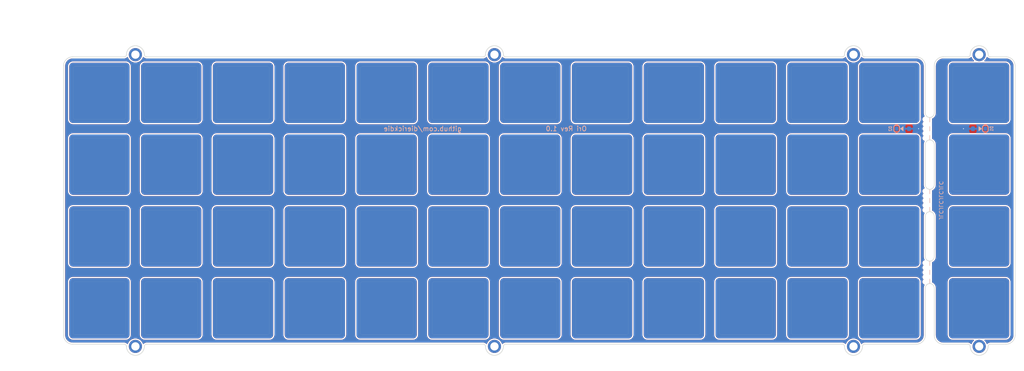
<source format=kicad_pcb>
(kicad_pcb (version 20171130) (host pcbnew "(5.1.10-1-10_14)")
  (layers (0 F.Cu signal) (31 B.Cu signal) (34 B.Paste user) (35 F.Paste user) (36 B.SilkS user) (37 F.SilkS user) (38 B.Mask user) (39 F.Mask user) (44 Edge.Cuts user))
  (net 0 "")
  (net 1 GND)
  (net 2 "Net-(D1-Pad1)")
  (net 3 GND1)
  (net 4 "Net-(D2-Pad1)")
  (module Keybage_MX_Cutout:MX_Cutout_1u (layer F.Cu) (at 389.33601 107.1567)
    (fp_text reference U52 hide)
    (fp_text value HOLE hide)
    (fp_line (start 7 6.5) (end 7 -6.5) (layer Edge.Cuts) (width 0.01))
    (fp_line (start -6.5 7) (end 6.5 7) (layer Edge.Cuts) (width 0.01))
    (fp_line (start -7 -6.5) (end -7 6.5) (layer Edge.Cuts) (width 0.01))
    (fp_line (start 6.5 -7) (end -6.5 -7) (layer Edge.Cuts) (width 0.01))
    (fp_arc (start 6.5 6.5) (end 6.5 7) (angle -90) (layer Edge.Cuts) (width 0.01))
    (fp_arc (start -6.5 6.5) (end -7 6.5) (angle -90) (layer Edge.Cuts) (width 0.01))
    (fp_arc (start -6.5 -6.5) (end -6.5 -7) (angle -90) (layer Edge.Cuts) (width 0.01))
    (fp_arc (start 6.5 -6.5) (end 7 -6.5) (angle -90) (layer Edge.Cuts) (width 0.01))
    (pad 1 smd roundrect (at 0 0 180) (size 16 16) (layers B.Cu B.Mask) (roundrect_rratio 0.063))
    (pad 1 smd roundrect (at 0 0 180) (size 16 16) (layers F.Cu F.Mask) (roundrect_rratio 0.063))
  )
  (module Keybage_MX_Cutout:MX_Cutout_1u (layer F.Cu) (at 389.361002 88.10662)
    (fp_text reference U51 hide)
    (fp_text value HOLE hide)
    (fp_line (start 7 6.5) (end 7 -6.5) (layer Edge.Cuts) (width 0.01))
    (fp_line (start -6.5 7) (end 6.5 7) (layer Edge.Cuts) (width 0.01))
    (fp_line (start -7 -6.5) (end -7 6.5) (layer Edge.Cuts) (width 0.01))
    (fp_line (start 6.5 -7) (end -6.5 -7) (layer Edge.Cuts) (width 0.01))
    (fp_arc (start 6.5 6.5) (end 6.5 7) (angle -90) (layer Edge.Cuts) (width 0.01))
    (fp_arc (start -6.5 6.5) (end -7 6.5) (angle -90) (layer Edge.Cuts) (width 0.01))
    (fp_arc (start -6.5 -6.5) (end -6.5 -7) (angle -90) (layer Edge.Cuts) (width 0.01))
    (fp_arc (start 6.5 -6.5) (end 7 -6.5) (angle -90) (layer Edge.Cuts) (width 0.01))
    (pad 1 smd roundrect (at 0 0 180) (size 16 16) (layers B.Cu B.Mask) (roundrect_rratio 0.063))
    (pad 1 smd roundrect (at 0 0 180) (size 16 16) (layers F.Cu F.Mask) (roundrect_rratio 0.063))
  )
  (module Keybage_MX_Cutout:MX_Cutout_1u (layer F.Cu) (at 389.36137 69.04388)
    (fp_text reference U50 hide)
    (fp_text value HOLE hide)
    (fp_line (start 7 6.5) (end 7 -6.5) (layer Edge.Cuts) (width 0.01))
    (fp_line (start -6.5 7) (end 6.5 7) (layer Edge.Cuts) (width 0.01))
    (fp_line (start -7 -6.5) (end -7 6.5) (layer Edge.Cuts) (width 0.01))
    (fp_line (start 6.5 -7) (end -6.5 -7) (layer Edge.Cuts) (width 0.01))
    (fp_arc (start 6.5 6.5) (end 6.5 7) (angle -90) (layer Edge.Cuts) (width 0.01))
    (fp_arc (start -6.5 6.5) (end -7 6.5) (angle -90) (layer Edge.Cuts) (width 0.01))
    (fp_arc (start -6.5 -6.5) (end -6.5 -7) (angle -90) (layer Edge.Cuts) (width 0.01))
    (fp_arc (start 6.5 -6.5) (end 7 -6.5) (angle -90) (layer Edge.Cuts) (width 0.01))
    (pad 1 smd roundrect (at 0 0 180) (size 16 16) (layers B.Cu B.Mask) (roundrect_rratio 0.063))
    (pad 1 smd roundrect (at 0 0 180) (size 16 16) (layers F.Cu F.Mask) (roundrect_rratio 0.063))
  )
  (module Keybage_MX_Cutout:MX_Cutout_1u (layer F.Cu) (at 389.33601 50.00646)
    (fp_text reference U49 hide)
    (fp_text value HOLE hide)
    (fp_line (start 7 6.5) (end 7 -6.5) (layer Edge.Cuts) (width 0.01))
    (fp_line (start -6.5 7) (end 6.5 7) (layer Edge.Cuts) (width 0.01))
    (fp_line (start -7 -6.5) (end -7 6.5) (layer Edge.Cuts) (width 0.01))
    (fp_line (start 6.5 -7) (end -6.5 -7) (layer Edge.Cuts) (width 0.01))
    (fp_arc (start 6.5 6.5) (end 6.5 7) (angle -90) (layer Edge.Cuts) (width 0.01))
    (fp_arc (start -6.5 6.5) (end -7 6.5) (angle -90) (layer Edge.Cuts) (width 0.01))
    (fp_arc (start -6.5 -6.5) (end -6.5 -7) (angle -90) (layer Edge.Cuts) (width 0.01))
    (fp_arc (start 6.5 -6.5) (end 7 -6.5) (angle -90) (layer Edge.Cuts) (width 0.01))
    (pad 1 smd roundrect (at 0 0 180) (size 16 16) (layers B.Cu B.Mask) (roundrect_rratio 0.063))
    (pad 1 smd roundrect (at 0 0 180) (size 16 16) (layers F.Cu F.Mask) (roundrect_rratio 0.063))
  )
  (module Keybage_MX_Cutout:MX_Cutout_1u (layer F.Cu) (at 365.52341 107.1567)
    (fp_text reference U48 hide)
    (fp_text value HOLE hide)
    (fp_line (start 7 6.5) (end 7 -6.5) (layer Edge.Cuts) (width 0.01))
    (fp_line (start -6.5 7) (end 6.5 7) (layer Edge.Cuts) (width 0.01))
    (fp_line (start -7 -6.5) (end -7 6.5) (layer Edge.Cuts) (width 0.01))
    (fp_line (start 6.5 -7) (end -6.5 -7) (layer Edge.Cuts) (width 0.01))
    (fp_arc (start 6.5 6.5) (end 6.5 7) (angle -90) (layer Edge.Cuts) (width 0.01))
    (fp_arc (start -6.5 6.5) (end -7 6.5) (angle -90) (layer Edge.Cuts) (width 0.01))
    (fp_arc (start -6.5 -6.5) (end -6.5 -7) (angle -90) (layer Edge.Cuts) (width 0.01))
    (fp_arc (start 6.5 -6.5) (end 7 -6.5) (angle -90) (layer Edge.Cuts) (width 0.01))
    (pad 1 smd roundrect (at 0 0 180) (size 16 16) (layers B.Cu B.Mask) (roundrect_rratio 0.063))
    (pad 1 smd roundrect (at 0 0 180) (size 16 16) (layers F.Cu F.Mask) (roundrect_rratio 0.063))
  )
  (module Keybage_MX_Cutout:MX_Cutout_1u (layer F.Cu) (at 346.47333 107.16)
    (fp_text reference U47 hide)
    (fp_text value HOLE hide)
    (fp_line (start 7 6.5) (end 7 -6.5) (layer Edge.Cuts) (width 0.01))
    (fp_line (start -6.5 7) (end 6.5 7) (layer Edge.Cuts) (width 0.01))
    (fp_line (start -7 -6.5) (end -7 6.5) (layer Edge.Cuts) (width 0.01))
    (fp_line (start 6.5 -7) (end -6.5 -7) (layer Edge.Cuts) (width 0.01))
    (fp_arc (start 6.5 6.5) (end 6.5 7) (angle -90) (layer Edge.Cuts) (width 0.01))
    (fp_arc (start -6.5 6.5) (end -7 6.5) (angle -90) (layer Edge.Cuts) (width 0.01))
    (fp_arc (start -6.5 -6.5) (end -6.5 -7) (angle -90) (layer Edge.Cuts) (width 0.01))
    (fp_arc (start 6.5 -6.5) (end 7 -6.5) (angle -90) (layer Edge.Cuts) (width 0.01))
    (pad 1 smd roundrect (at 0 0 180) (size 16 16) (layers B.Cu B.Mask) (roundrect_rratio 0.063))
    (pad 1 smd roundrect (at 0 0 180) (size 16 16) (layers F.Cu F.Mask) (roundrect_rratio 0.063))
  )
  (module Keybage_MX_Cutout:MX_Cutout_1u (layer F.Cu) (at 327.42325 107.1567)
    (fp_text reference U46 hide)
    (fp_text value HOLE hide)
    (fp_line (start 7 6.5) (end 7 -6.5) (layer Edge.Cuts) (width 0.01))
    (fp_line (start -6.5 7) (end 6.5 7) (layer Edge.Cuts) (width 0.01))
    (fp_line (start -7 -6.5) (end -7 6.5) (layer Edge.Cuts) (width 0.01))
    (fp_line (start 6.5 -7) (end -6.5 -7) (layer Edge.Cuts) (width 0.01))
    (fp_arc (start 6.5 6.5) (end 6.5 7) (angle -90) (layer Edge.Cuts) (width 0.01))
    (fp_arc (start -6.5 6.5) (end -7 6.5) (angle -90) (layer Edge.Cuts) (width 0.01))
    (fp_arc (start -6.5 -6.5) (end -6.5 -7) (angle -90) (layer Edge.Cuts) (width 0.01))
    (fp_arc (start 6.5 -6.5) (end 7 -6.5) (angle -90) (layer Edge.Cuts) (width 0.01))
    (pad 1 smd roundrect (at 0 0 180) (size 16 16) (layers B.Cu B.Mask) (roundrect_rratio 0.063))
    (pad 1 smd roundrect (at 0 0 180) (size 16 16) (layers F.Cu F.Mask) (roundrect_rratio 0.063))
  )
  (module Keybage_MX_Cutout:MX_Cutout_1u (layer F.Cu) (at 308.37317 107.1567)
    (fp_text reference U45 hide)
    (fp_text value HOLE hide)
    (fp_line (start 7 6.5) (end 7 -6.5) (layer Edge.Cuts) (width 0.01))
    (fp_line (start -6.5 7) (end 6.5 7) (layer Edge.Cuts) (width 0.01))
    (fp_line (start -7 -6.5) (end -7 6.5) (layer Edge.Cuts) (width 0.01))
    (fp_line (start 6.5 -7) (end -6.5 -7) (layer Edge.Cuts) (width 0.01))
    (fp_arc (start 6.5 6.5) (end 6.5 7) (angle -90) (layer Edge.Cuts) (width 0.01))
    (fp_arc (start -6.5 6.5) (end -7 6.5) (angle -90) (layer Edge.Cuts) (width 0.01))
    (fp_arc (start -6.5 -6.5) (end -6.5 -7) (angle -90) (layer Edge.Cuts) (width 0.01))
    (fp_arc (start 6.5 -6.5) (end 7 -6.5) (angle -90) (layer Edge.Cuts) (width 0.01))
    (pad 1 smd roundrect (at 0 0 180) (size 16 16) (layers B.Cu B.Mask) (roundrect_rratio 0.063))
    (pad 1 smd roundrect (at 0 0 180) (size 16 16) (layers F.Cu F.Mask) (roundrect_rratio 0.063))
  )
  (module Keybage_MX_Cutout:MX_Cutout_1u (layer F.Cu) (at 289.32309 107.1567)
    (fp_text reference U44 hide)
    (fp_text value HOLE hide)
    (fp_line (start 7 6.5) (end 7 -6.5) (layer Edge.Cuts) (width 0.01))
    (fp_line (start -6.5 7) (end 6.5 7) (layer Edge.Cuts) (width 0.01))
    (fp_line (start -7 -6.5) (end -7 6.5) (layer Edge.Cuts) (width 0.01))
    (fp_line (start 6.5 -7) (end -6.5 -7) (layer Edge.Cuts) (width 0.01))
    (fp_arc (start 6.5 6.5) (end 6.5 7) (angle -90) (layer Edge.Cuts) (width 0.01))
    (fp_arc (start -6.5 6.5) (end -7 6.5) (angle -90) (layer Edge.Cuts) (width 0.01))
    (fp_arc (start -6.5 -6.5) (end -6.5 -7) (angle -90) (layer Edge.Cuts) (width 0.01))
    (fp_arc (start 6.5 -6.5) (end 7 -6.5) (angle -90) (layer Edge.Cuts) (width 0.01))
    (pad 1 smd roundrect (at 0 0 180) (size 16 16) (layers B.Cu B.Mask) (roundrect_rratio 0.063))
    (pad 1 smd roundrect (at 0 0 180) (size 16 16) (layers F.Cu F.Mask) (roundrect_rratio 0.063))
  )
  (module Keybage_MX_Cutout:MX_Cutout_1u (layer F.Cu) (at 270.27301 107.1567)
    (fp_text reference U43 hide)
    (fp_text value HOLE hide)
    (fp_line (start 7 6.5) (end 7 -6.5) (layer Edge.Cuts) (width 0.01))
    (fp_line (start -6.5 7) (end 6.5 7) (layer Edge.Cuts) (width 0.01))
    (fp_line (start -7 -6.5) (end -7 6.5) (layer Edge.Cuts) (width 0.01))
    (fp_line (start 6.5 -7) (end -6.5 -7) (layer Edge.Cuts) (width 0.01))
    (fp_arc (start 6.5 6.5) (end 6.5 7) (angle -90) (layer Edge.Cuts) (width 0.01))
    (fp_arc (start -6.5 6.5) (end -7 6.5) (angle -90) (layer Edge.Cuts) (width 0.01))
    (fp_arc (start -6.5 -6.5) (end -6.5 -7) (angle -90) (layer Edge.Cuts) (width 0.01))
    (fp_arc (start 6.5 -6.5) (end 7 -6.5) (angle -90) (layer Edge.Cuts) (width 0.01))
    (pad 1 smd roundrect (at 0 0 180) (size 16 16) (layers B.Cu B.Mask) (roundrect_rratio 0.063))
    (pad 1 smd roundrect (at 0 0 180) (size 16 16) (layers F.Cu F.Mask) (roundrect_rratio 0.063))
  )
  (module Keybage_MX_Cutout:MX_Cutout_1u (layer F.Cu) (at 251.22293 107.1567)
    (fp_text reference U42 hide)
    (fp_text value HOLE hide)
    (fp_line (start 7 6.5) (end 7 -6.5) (layer Edge.Cuts) (width 0.01))
    (fp_line (start -6.5 7) (end 6.5 7) (layer Edge.Cuts) (width 0.01))
    (fp_line (start -7 -6.5) (end -7 6.5) (layer Edge.Cuts) (width 0.01))
    (fp_line (start 6.5 -7) (end -6.5 -7) (layer Edge.Cuts) (width 0.01))
    (fp_arc (start 6.5 6.5) (end 6.5 7) (angle -90) (layer Edge.Cuts) (width 0.01))
    (fp_arc (start -6.5 6.5) (end -7 6.5) (angle -90) (layer Edge.Cuts) (width 0.01))
    (fp_arc (start -6.5 -6.5) (end -6.5 -7) (angle -90) (layer Edge.Cuts) (width 0.01))
    (fp_arc (start 6.5 -6.5) (end 7 -6.5) (angle -90) (layer Edge.Cuts) (width 0.01))
    (pad 1 smd roundrect (at 0 0 180) (size 16 16) (layers B.Cu B.Mask) (roundrect_rratio 0.063))
    (pad 1 smd roundrect (at 0 0 180) (size 16 16) (layers F.Cu F.Mask) (roundrect_rratio 0.063))
  )
  (module Keybage_MX_Cutout:MX_Cutout_1u (layer F.Cu) (at 232.17285 107.1567)
    (fp_text reference U41 hide)
    (fp_text value HOLE hide)
    (fp_line (start 7 6.5) (end 7 -6.5) (layer Edge.Cuts) (width 0.01))
    (fp_line (start -6.5 7) (end 6.5 7) (layer Edge.Cuts) (width 0.01))
    (fp_line (start -7 -6.5) (end -7 6.5) (layer Edge.Cuts) (width 0.01))
    (fp_line (start 6.5 -7) (end -6.5 -7) (layer Edge.Cuts) (width 0.01))
    (fp_arc (start 6.5 6.5) (end 6.5 7) (angle -90) (layer Edge.Cuts) (width 0.01))
    (fp_arc (start -6.5 6.5) (end -7 6.5) (angle -90) (layer Edge.Cuts) (width 0.01))
    (fp_arc (start -6.5 -6.5) (end -6.5 -7) (angle -90) (layer Edge.Cuts) (width 0.01))
    (fp_arc (start 6.5 -6.5) (end 7 -6.5) (angle -90) (layer Edge.Cuts) (width 0.01))
    (pad 1 smd roundrect (at 0 0 180) (size 16 16) (layers B.Cu B.Mask) (roundrect_rratio 0.063))
    (pad 1 smd roundrect (at 0 0 180) (size 16 16) (layers F.Cu F.Mask) (roundrect_rratio 0.063))
  )
  (module Keybage_MX_Cutout:MX_Cutout_1u (layer F.Cu) (at 213.12277 107.1567)
    (fp_text reference U40 hide)
    (fp_text value HOLE hide)
    (fp_line (start 7 6.5) (end 7 -6.5) (layer Edge.Cuts) (width 0.01))
    (fp_line (start -6.5 7) (end 6.5 7) (layer Edge.Cuts) (width 0.01))
    (fp_line (start -7 -6.5) (end -7 6.5) (layer Edge.Cuts) (width 0.01))
    (fp_line (start 6.5 -7) (end -6.5 -7) (layer Edge.Cuts) (width 0.01))
    (fp_arc (start 6.5 6.5) (end 6.5 7) (angle -90) (layer Edge.Cuts) (width 0.01))
    (fp_arc (start -6.5 6.5) (end -7 6.5) (angle -90) (layer Edge.Cuts) (width 0.01))
    (fp_arc (start -6.5 -6.5) (end -6.5 -7) (angle -90) (layer Edge.Cuts) (width 0.01))
    (fp_arc (start 6.5 -6.5) (end 7 -6.5) (angle -90) (layer Edge.Cuts) (width 0.01))
    (pad 1 smd roundrect (at 0 0 180) (size 16 16) (layers B.Cu B.Mask) (roundrect_rratio 0.063))
    (pad 1 smd roundrect (at 0 0 180) (size 16 16) (layers F.Cu F.Mask) (roundrect_rratio 0.063))
  )
  (module Keybage_MX_Cutout:MX_Cutout_1u (layer F.Cu) (at 194.07269 107.1567)
    (fp_text reference U39 hide)
    (fp_text value HOLE hide)
    (fp_line (start 7 6.5) (end 7 -6.5) (layer Edge.Cuts) (width 0.01))
    (fp_line (start -6.5 7) (end 6.5 7) (layer Edge.Cuts) (width 0.01))
    (fp_line (start -7 -6.5) (end -7 6.5) (layer Edge.Cuts) (width 0.01))
    (fp_line (start 6.5 -7) (end -6.5 -7) (layer Edge.Cuts) (width 0.01))
    (fp_arc (start 6.5 6.5) (end 6.5 7) (angle -90) (layer Edge.Cuts) (width 0.01))
    (fp_arc (start -6.5 6.5) (end -7 6.5) (angle -90) (layer Edge.Cuts) (width 0.01))
    (fp_arc (start -6.5 -6.5) (end -6.5 -7) (angle -90) (layer Edge.Cuts) (width 0.01))
    (fp_arc (start 6.5 -6.5) (end 7 -6.5) (angle -90) (layer Edge.Cuts) (width 0.01))
    (pad 1 smd roundrect (at 0 0 180) (size 16 16) (layers B.Cu B.Mask) (roundrect_rratio 0.063))
    (pad 1 smd roundrect (at 0 0 180) (size 16 16) (layers F.Cu F.Mask) (roundrect_rratio 0.063))
  )
  (module Keybage_MX_Cutout:MX_Cutout_1u (layer F.Cu) (at 175.02261 107.1567)
    (fp_text reference U38 hide)
    (fp_text value HOLE hide)
    (fp_line (start 7 6.5) (end 7 -6.5) (layer Edge.Cuts) (width 0.01))
    (fp_line (start -6.5 7) (end 6.5 7) (layer Edge.Cuts) (width 0.01))
    (fp_line (start -7 -6.5) (end -7 6.5) (layer Edge.Cuts) (width 0.01))
    (fp_line (start 6.5 -7) (end -6.5 -7) (layer Edge.Cuts) (width 0.01))
    (fp_arc (start 6.5 6.5) (end 6.5 7) (angle -90) (layer Edge.Cuts) (width 0.01))
    (fp_arc (start -6.5 6.5) (end -7 6.5) (angle -90) (layer Edge.Cuts) (width 0.01))
    (fp_arc (start -6.5 -6.5) (end -6.5 -7) (angle -90) (layer Edge.Cuts) (width 0.01))
    (fp_arc (start 6.5 -6.5) (end 7 -6.5) (angle -90) (layer Edge.Cuts) (width 0.01))
    (pad 1 smd roundrect (at 0 0 180) (size 16 16) (layers B.Cu B.Mask) (roundrect_rratio 0.063))
    (pad 1 smd roundrect (at 0 0 180) (size 16 16) (layers F.Cu F.Mask) (roundrect_rratio 0.063))
  )
  (module Keybage_MX_Cutout:MX_Cutout_1u (layer F.Cu) (at 155.97253 107.1567)
    (fp_text reference U37 hide)
    (fp_text value HOLE hide)
    (fp_line (start 7 6.5) (end 7 -6.5) (layer Edge.Cuts) (width 0.01))
    (fp_line (start -6.5 7) (end 6.5 7) (layer Edge.Cuts) (width 0.01))
    (fp_line (start -7 -6.5) (end -7 6.5) (layer Edge.Cuts) (width 0.01))
    (fp_line (start 6.5 -7) (end -6.5 -7) (layer Edge.Cuts) (width 0.01))
    (fp_arc (start 6.5 6.5) (end 6.5 7) (angle -90) (layer Edge.Cuts) (width 0.01))
    (fp_arc (start -6.5 6.5) (end -7 6.5) (angle -90) (layer Edge.Cuts) (width 0.01))
    (fp_arc (start -6.5 -6.5) (end -6.5 -7) (angle -90) (layer Edge.Cuts) (width 0.01))
    (fp_arc (start 6.5 -6.5) (end 7 -6.5) (angle -90) (layer Edge.Cuts) (width 0.01))
    (pad 1 smd roundrect (at 0 0 180) (size 16 16) (layers B.Cu B.Mask) (roundrect_rratio 0.063))
    (pad 1 smd roundrect (at 0 0 180) (size 16 16) (layers F.Cu F.Mask) (roundrect_rratio 0.063))
  )
  (module Keybage_MX_Cutout:MX_Cutout_1u (layer F.Cu) (at 365.52341 88.10662)
    (fp_text reference U36 hide)
    (fp_text value HOLE hide)
    (fp_line (start 7 6.5) (end 7 -6.5) (layer Edge.Cuts) (width 0.01))
    (fp_line (start -6.5 7) (end 6.5 7) (layer Edge.Cuts) (width 0.01))
    (fp_line (start -7 -6.5) (end -7 6.5) (layer Edge.Cuts) (width 0.01))
    (fp_line (start 6.5 -7) (end -6.5 -7) (layer Edge.Cuts) (width 0.01))
    (fp_arc (start 6.5 6.5) (end 6.5 7) (angle -90) (layer Edge.Cuts) (width 0.01))
    (fp_arc (start -6.5 6.5) (end -7 6.5) (angle -90) (layer Edge.Cuts) (width 0.01))
    (fp_arc (start -6.5 -6.5) (end -6.5 -7) (angle -90) (layer Edge.Cuts) (width 0.01))
    (fp_arc (start 6.5 -6.5) (end 7 -6.5) (angle -90) (layer Edge.Cuts) (width 0.01))
    (pad 1 smd roundrect (at 0 0 180) (size 16 16) (layers B.Cu B.Mask) (roundrect_rratio 0.063))
    (pad 1 smd roundrect (at 0 0 180) (size 16 16) (layers F.Cu F.Mask) (roundrect_rratio 0.063))
  )
  (module Keybage_MX_Cutout:MX_Cutout_1u (layer F.Cu) (at 346.47333 88.10662)
    (fp_text reference U35 hide)
    (fp_text value HOLE hide)
    (fp_line (start 7 6.5) (end 7 -6.5) (layer Edge.Cuts) (width 0.01))
    (fp_line (start -6.5 7) (end 6.5 7) (layer Edge.Cuts) (width 0.01))
    (fp_line (start -7 -6.5) (end -7 6.5) (layer Edge.Cuts) (width 0.01))
    (fp_line (start 6.5 -7) (end -6.5 -7) (layer Edge.Cuts) (width 0.01))
    (fp_arc (start 6.5 6.5) (end 6.5 7) (angle -90) (layer Edge.Cuts) (width 0.01))
    (fp_arc (start -6.5 6.5) (end -7 6.5) (angle -90) (layer Edge.Cuts) (width 0.01))
    (fp_arc (start -6.5 -6.5) (end -6.5 -7) (angle -90) (layer Edge.Cuts) (width 0.01))
    (fp_arc (start 6.5 -6.5) (end 7 -6.5) (angle -90) (layer Edge.Cuts) (width 0.01))
    (pad 1 smd roundrect (at 0 0 180) (size 16 16) (layers B.Cu B.Mask) (roundrect_rratio 0.063))
    (pad 1 smd roundrect (at 0 0 180) (size 16 16) (layers F.Cu F.Mask) (roundrect_rratio 0.063))
  )
  (module Keybage_MX_Cutout:MX_Cutout_1u (layer F.Cu) (at 327.42325 88.10662)
    (fp_text reference U34 hide)
    (fp_text value HOLE hide)
    (fp_line (start 7 6.5) (end 7 -6.5) (layer Edge.Cuts) (width 0.01))
    (fp_line (start -6.5 7) (end 6.5 7) (layer Edge.Cuts) (width 0.01))
    (fp_line (start -7 -6.5) (end -7 6.5) (layer Edge.Cuts) (width 0.01))
    (fp_line (start 6.5 -7) (end -6.5 -7) (layer Edge.Cuts) (width 0.01))
    (fp_arc (start 6.5 6.5) (end 6.5 7) (angle -90) (layer Edge.Cuts) (width 0.01))
    (fp_arc (start -6.5 6.5) (end -7 6.5) (angle -90) (layer Edge.Cuts) (width 0.01))
    (fp_arc (start -6.5 -6.5) (end -6.5 -7) (angle -90) (layer Edge.Cuts) (width 0.01))
    (fp_arc (start 6.5 -6.5) (end 7 -6.5) (angle -90) (layer Edge.Cuts) (width 0.01))
    (pad 1 smd roundrect (at 0 0 180) (size 16 16) (layers B.Cu B.Mask) (roundrect_rratio 0.063))
    (pad 1 smd roundrect (at 0 0 180) (size 16 16) (layers F.Cu F.Mask) (roundrect_rratio 0.063))
  )
  (module Keybage_MX_Cutout:MX_Cutout_1u (layer F.Cu) (at 308.37317 88.10662)
    (fp_text reference U33 hide)
    (fp_text value HOLE hide)
    (fp_line (start 7 6.5) (end 7 -6.5) (layer Edge.Cuts) (width 0.01))
    (fp_line (start -6.5 7) (end 6.5 7) (layer Edge.Cuts) (width 0.01))
    (fp_line (start -7 -6.5) (end -7 6.5) (layer Edge.Cuts) (width 0.01))
    (fp_line (start 6.5 -7) (end -6.5 -7) (layer Edge.Cuts) (width 0.01))
    (fp_arc (start 6.5 6.5) (end 6.5 7) (angle -90) (layer Edge.Cuts) (width 0.01))
    (fp_arc (start -6.5 6.5) (end -7 6.5) (angle -90) (layer Edge.Cuts) (width 0.01))
    (fp_arc (start -6.5 -6.5) (end -6.5 -7) (angle -90) (layer Edge.Cuts) (width 0.01))
    (fp_arc (start 6.5 -6.5) (end 7 -6.5) (angle -90) (layer Edge.Cuts) (width 0.01))
    (pad 1 smd roundrect (at 0 0 180) (size 16 16) (layers B.Cu B.Mask) (roundrect_rratio 0.063))
    (pad 1 smd roundrect (at 0 0 180) (size 16 16) (layers F.Cu F.Mask) (roundrect_rratio 0.063))
  )
  (module Keybage_MX_Cutout:MX_Cutout_1u (layer F.Cu) (at 289.32309 88.10662)
    (fp_text reference U32 hide)
    (fp_text value HOLE hide)
    (fp_line (start 7 6.5) (end 7 -6.5) (layer Edge.Cuts) (width 0.01))
    (fp_line (start -6.5 7) (end 6.5 7) (layer Edge.Cuts) (width 0.01))
    (fp_line (start -7 -6.5) (end -7 6.5) (layer Edge.Cuts) (width 0.01))
    (fp_line (start 6.5 -7) (end -6.5 -7) (layer Edge.Cuts) (width 0.01))
    (fp_arc (start 6.5 6.5) (end 6.5 7) (angle -90) (layer Edge.Cuts) (width 0.01))
    (fp_arc (start -6.5 6.5) (end -7 6.5) (angle -90) (layer Edge.Cuts) (width 0.01))
    (fp_arc (start -6.5 -6.5) (end -6.5 -7) (angle -90) (layer Edge.Cuts) (width 0.01))
    (fp_arc (start 6.5 -6.5) (end 7 -6.5) (angle -90) (layer Edge.Cuts) (width 0.01))
    (pad 1 smd roundrect (at 0 0 180) (size 16 16) (layers B.Cu B.Mask) (roundrect_rratio 0.063))
    (pad 1 smd roundrect (at 0 0 180) (size 16 16) (layers F.Cu F.Mask) (roundrect_rratio 0.063))
  )
  (module Keybage_MX_Cutout:MX_Cutout_1u (layer F.Cu) (at 270.27301 88.10662)
    (fp_text reference U31 hide)
    (fp_text value HOLE hide)
    (fp_line (start 7 6.5) (end 7 -6.5) (layer Edge.Cuts) (width 0.01))
    (fp_line (start -6.5 7) (end 6.5 7) (layer Edge.Cuts) (width 0.01))
    (fp_line (start -7 -6.5) (end -7 6.5) (layer Edge.Cuts) (width 0.01))
    (fp_line (start 6.5 -7) (end -6.5 -7) (layer Edge.Cuts) (width 0.01))
    (fp_arc (start 6.5 6.5) (end 6.5 7) (angle -90) (layer Edge.Cuts) (width 0.01))
    (fp_arc (start -6.5 6.5) (end -7 6.5) (angle -90) (layer Edge.Cuts) (width 0.01))
    (fp_arc (start -6.5 -6.5) (end -6.5 -7) (angle -90) (layer Edge.Cuts) (width 0.01))
    (fp_arc (start 6.5 -6.5) (end 7 -6.5) (angle -90) (layer Edge.Cuts) (width 0.01))
    (pad 1 smd roundrect (at 0 0 180) (size 16 16) (layers B.Cu B.Mask) (roundrect_rratio 0.063))
    (pad 1 smd roundrect (at 0 0 180) (size 16 16) (layers F.Cu F.Mask) (roundrect_rratio 0.063))
  )
  (module Keybage_MX_Cutout:MX_Cutout_1u (layer F.Cu) (at 251.22293 88.10662)
    (fp_text reference U30 hide)
    (fp_text value HOLE hide)
    (fp_line (start 7 6.5) (end 7 -6.5) (layer Edge.Cuts) (width 0.01))
    (fp_line (start -6.5 7) (end 6.5 7) (layer Edge.Cuts) (width 0.01))
    (fp_line (start -7 -6.5) (end -7 6.5) (layer Edge.Cuts) (width 0.01))
    (fp_line (start 6.5 -7) (end -6.5 -7) (layer Edge.Cuts) (width 0.01))
    (fp_arc (start 6.5 6.5) (end 6.5 7) (angle -90) (layer Edge.Cuts) (width 0.01))
    (fp_arc (start -6.5 6.5) (end -7 6.5) (angle -90) (layer Edge.Cuts) (width 0.01))
    (fp_arc (start -6.5 -6.5) (end -6.5 -7) (angle -90) (layer Edge.Cuts) (width 0.01))
    (fp_arc (start 6.5 -6.5) (end 7 -6.5) (angle -90) (layer Edge.Cuts) (width 0.01))
    (pad 1 smd roundrect (at 0 0 180) (size 16 16) (layers B.Cu B.Mask) (roundrect_rratio 0.063))
    (pad 1 smd roundrect (at 0 0 180) (size 16 16) (layers F.Cu F.Mask) (roundrect_rratio 0.063))
  )
  (module Keybage_MX_Cutout:MX_Cutout_1u (layer F.Cu) (at 232.17285 88.10662)
    (fp_text reference U29 hide)
    (fp_text value HOLE hide)
    (fp_line (start 7 6.5) (end 7 -6.5) (layer Edge.Cuts) (width 0.01))
    (fp_line (start -6.5 7) (end 6.5 7) (layer Edge.Cuts) (width 0.01))
    (fp_line (start -7 -6.5) (end -7 6.5) (layer Edge.Cuts) (width 0.01))
    (fp_line (start 6.5 -7) (end -6.5 -7) (layer Edge.Cuts) (width 0.01))
    (fp_arc (start 6.5 6.5) (end 6.5 7) (angle -90) (layer Edge.Cuts) (width 0.01))
    (fp_arc (start -6.5 6.5) (end -7 6.5) (angle -90) (layer Edge.Cuts) (width 0.01))
    (fp_arc (start -6.5 -6.5) (end -6.5 -7) (angle -90) (layer Edge.Cuts) (width 0.01))
    (fp_arc (start 6.5 -6.5) (end 7 -6.5) (angle -90) (layer Edge.Cuts) (width 0.01))
    (pad 1 smd roundrect (at 0 0 180) (size 16 16) (layers B.Cu B.Mask) (roundrect_rratio 0.063))
    (pad 1 smd roundrect (at 0 0 180) (size 16 16) (layers F.Cu F.Mask) (roundrect_rratio 0.063))
  )
  (module Keybage_MX_Cutout:MX_Cutout_1u (layer F.Cu) (at 213.12277 88.10662)
    (fp_text reference U28 hide)
    (fp_text value HOLE hide)
    (fp_line (start 7 6.5) (end 7 -6.5) (layer Edge.Cuts) (width 0.01))
    (fp_line (start -6.5 7) (end 6.5 7) (layer Edge.Cuts) (width 0.01))
    (fp_line (start -7 -6.5) (end -7 6.5) (layer Edge.Cuts) (width 0.01))
    (fp_line (start 6.5 -7) (end -6.5 -7) (layer Edge.Cuts) (width 0.01))
    (fp_arc (start 6.5 6.5) (end 6.5 7) (angle -90) (layer Edge.Cuts) (width 0.01))
    (fp_arc (start -6.5 6.5) (end -7 6.5) (angle -90) (layer Edge.Cuts) (width 0.01))
    (fp_arc (start -6.5 -6.5) (end -6.5 -7) (angle -90) (layer Edge.Cuts) (width 0.01))
    (fp_arc (start 6.5 -6.5) (end 7 -6.5) (angle -90) (layer Edge.Cuts) (width 0.01))
    (pad 1 smd roundrect (at 0 0 180) (size 16 16) (layers B.Cu B.Mask) (roundrect_rratio 0.063))
    (pad 1 smd roundrect (at 0 0 180) (size 16 16) (layers F.Cu F.Mask) (roundrect_rratio 0.063))
  )
  (module Keybage_MX_Cutout:MX_Cutout_1u (layer F.Cu) (at 194.07269 88.10662)
    (fp_text reference U27 hide)
    (fp_text value HOLE hide)
    (fp_line (start 7 6.5) (end 7 -6.5) (layer Edge.Cuts) (width 0.01))
    (fp_line (start -6.5 7) (end 6.5 7) (layer Edge.Cuts) (width 0.01))
    (fp_line (start -7 -6.5) (end -7 6.5) (layer Edge.Cuts) (width 0.01))
    (fp_line (start 6.5 -7) (end -6.5 -7) (layer Edge.Cuts) (width 0.01))
    (fp_arc (start 6.5 6.5) (end 6.5 7) (angle -90) (layer Edge.Cuts) (width 0.01))
    (fp_arc (start -6.5 6.5) (end -7 6.5) (angle -90) (layer Edge.Cuts) (width 0.01))
    (fp_arc (start -6.5 -6.5) (end -6.5 -7) (angle -90) (layer Edge.Cuts) (width 0.01))
    (fp_arc (start 6.5 -6.5) (end 7 -6.5) (angle -90) (layer Edge.Cuts) (width 0.01))
    (pad 1 smd roundrect (at 0 0 180) (size 16 16) (layers B.Cu B.Mask) (roundrect_rratio 0.063))
    (pad 1 smd roundrect (at 0 0 180) (size 16 16) (layers F.Cu F.Mask) (roundrect_rratio 0.063))
  )
  (module Keybage_MX_Cutout:MX_Cutout_1u (layer F.Cu) (at 175.02261 88.10662)
    (fp_text reference U26 hide)
    (fp_text value HOLE hide)
    (fp_line (start 7 6.5) (end 7 -6.5) (layer Edge.Cuts) (width 0.01))
    (fp_line (start -6.5 7) (end 6.5 7) (layer Edge.Cuts) (width 0.01))
    (fp_line (start -7 -6.5) (end -7 6.5) (layer Edge.Cuts) (width 0.01))
    (fp_line (start 6.5 -7) (end -6.5 -7) (layer Edge.Cuts) (width 0.01))
    (fp_arc (start 6.5 6.5) (end 6.5 7) (angle -90) (layer Edge.Cuts) (width 0.01))
    (fp_arc (start -6.5 6.5) (end -7 6.5) (angle -90) (layer Edge.Cuts) (width 0.01))
    (fp_arc (start -6.5 -6.5) (end -6.5 -7) (angle -90) (layer Edge.Cuts) (width 0.01))
    (fp_arc (start 6.5 -6.5) (end 7 -6.5) (angle -90) (layer Edge.Cuts) (width 0.01))
    (pad 1 smd roundrect (at 0 0 180) (size 16 16) (layers B.Cu B.Mask) (roundrect_rratio 0.063))
    (pad 1 smd roundrect (at 0 0 180) (size 16 16) (layers F.Cu F.Mask) (roundrect_rratio 0.063))
  )
  (module Keybage_MX_Cutout:MX_Cutout_1u (layer F.Cu) (at 155.97253 88.10662)
    (fp_text reference U25 hide)
    (fp_text value HOLE hide)
    (fp_line (start 7 6.5) (end 7 -6.5) (layer Edge.Cuts) (width 0.01))
    (fp_line (start -6.5 7) (end 6.5 7) (layer Edge.Cuts) (width 0.01))
    (fp_line (start -7 -6.5) (end -7 6.5) (layer Edge.Cuts) (width 0.01))
    (fp_line (start 6.5 -7) (end -6.5 -7) (layer Edge.Cuts) (width 0.01))
    (fp_arc (start 6.5 6.5) (end 6.5 7) (angle -90) (layer Edge.Cuts) (width 0.01))
    (fp_arc (start -6.5 6.5) (end -7 6.5) (angle -90) (layer Edge.Cuts) (width 0.01))
    (fp_arc (start -6.5 -6.5) (end -6.5 -7) (angle -90) (layer Edge.Cuts) (width 0.01))
    (fp_arc (start 6.5 -6.5) (end 7 -6.5) (angle -90) (layer Edge.Cuts) (width 0.01))
    (pad 1 smd roundrect (at 0 0 180) (size 16 16) (layers B.Cu B.Mask) (roundrect_rratio 0.063))
    (pad 1 smd roundrect (at 0 0 180) (size 16 16) (layers F.Cu F.Mask) (roundrect_rratio 0.063))
  )
  (module Keybage_MX_Cutout:MX_Cutout_1u (layer F.Cu) (at 365.52341 69.05654)
    (fp_text reference U24 hide)
    (fp_text value HOLE hide)
    (fp_line (start 7 6.5) (end 7 -6.5) (layer Edge.Cuts) (width 0.01))
    (fp_line (start -6.5 7) (end 6.5 7) (layer Edge.Cuts) (width 0.01))
    (fp_line (start -7 -6.5) (end -7 6.5) (layer Edge.Cuts) (width 0.01))
    (fp_line (start 6.5 -7) (end -6.5 -7) (layer Edge.Cuts) (width 0.01))
    (fp_arc (start 6.5 6.5) (end 6.5 7) (angle -90) (layer Edge.Cuts) (width 0.01))
    (fp_arc (start -6.5 6.5) (end -7 6.5) (angle -90) (layer Edge.Cuts) (width 0.01))
    (fp_arc (start -6.5 -6.5) (end -6.5 -7) (angle -90) (layer Edge.Cuts) (width 0.01))
    (fp_arc (start 6.5 -6.5) (end 7 -6.5) (angle -90) (layer Edge.Cuts) (width 0.01))
    (pad 1 smd roundrect (at 0 0 180) (size 16 16) (layers B.Cu B.Mask) (roundrect_rratio 0.063))
    (pad 1 smd roundrect (at 0 0 180) (size 16 16) (layers F.Cu F.Mask) (roundrect_rratio 0.063))
  )
  (module Keybage_MX_Cutout:MX_Cutout_1u (layer F.Cu) (at 346.47333 69.05654)
    (fp_text reference U23 hide)
    (fp_text value HOLE hide)
    (fp_line (start 7 6.5) (end 7 -6.5) (layer Edge.Cuts) (width 0.01))
    (fp_line (start -6.5 7) (end 6.5 7) (layer Edge.Cuts) (width 0.01))
    (fp_line (start -7 -6.5) (end -7 6.5) (layer Edge.Cuts) (width 0.01))
    (fp_line (start 6.5 -7) (end -6.5 -7) (layer Edge.Cuts) (width 0.01))
    (fp_arc (start 6.5 6.5) (end 6.5 7) (angle -90) (layer Edge.Cuts) (width 0.01))
    (fp_arc (start -6.5 6.5) (end -7 6.5) (angle -90) (layer Edge.Cuts) (width 0.01))
    (fp_arc (start -6.5 -6.5) (end -6.5 -7) (angle -90) (layer Edge.Cuts) (width 0.01))
    (fp_arc (start 6.5 -6.5) (end 7 -6.5) (angle -90) (layer Edge.Cuts) (width 0.01))
    (pad 1 smd roundrect (at 0 0 180) (size 16 16) (layers B.Cu B.Mask) (roundrect_rratio 0.063))
    (pad 1 smd roundrect (at 0 0 180) (size 16 16) (layers F.Cu F.Mask) (roundrect_rratio 0.063))
  )
  (module Keybage_MX_Cutout:MX_Cutout_1u (layer F.Cu) (at 327.42325 69.05654)
    (fp_text reference U22 hide)
    (fp_text value HOLE hide)
    (fp_line (start 7 6.5) (end 7 -6.5) (layer Edge.Cuts) (width 0.01))
    (fp_line (start -6.5 7) (end 6.5 7) (layer Edge.Cuts) (width 0.01))
    (fp_line (start -7 -6.5) (end -7 6.5) (layer Edge.Cuts) (width 0.01))
    (fp_line (start 6.5 -7) (end -6.5 -7) (layer Edge.Cuts) (width 0.01))
    (fp_arc (start 6.5 6.5) (end 6.5 7) (angle -90) (layer Edge.Cuts) (width 0.01))
    (fp_arc (start -6.5 6.5) (end -7 6.5) (angle -90) (layer Edge.Cuts) (width 0.01))
    (fp_arc (start -6.5 -6.5) (end -6.5 -7) (angle -90) (layer Edge.Cuts) (width 0.01))
    (fp_arc (start 6.5 -6.5) (end 7 -6.5) (angle -90) (layer Edge.Cuts) (width 0.01))
    (pad 1 smd roundrect (at 0 0 180) (size 16 16) (layers B.Cu B.Mask) (roundrect_rratio 0.063))
    (pad 1 smd roundrect (at 0 0 180) (size 16 16) (layers F.Cu F.Mask) (roundrect_rratio 0.063))
  )
  (module Keybage_MX_Cutout:MX_Cutout_1u (layer F.Cu) (at 308.37317 69.05654)
    (fp_text reference U21 hide)
    (fp_text value HOLE hide)
    (fp_line (start 7 6.5) (end 7 -6.5) (layer Edge.Cuts) (width 0.01))
    (fp_line (start -6.5 7) (end 6.5 7) (layer Edge.Cuts) (width 0.01))
    (fp_line (start -7 -6.5) (end -7 6.5) (layer Edge.Cuts) (width 0.01))
    (fp_line (start 6.5 -7) (end -6.5 -7) (layer Edge.Cuts) (width 0.01))
    (fp_arc (start 6.5 6.5) (end 6.5 7) (angle -90) (layer Edge.Cuts) (width 0.01))
    (fp_arc (start -6.5 6.5) (end -7 6.5) (angle -90) (layer Edge.Cuts) (width 0.01))
    (fp_arc (start -6.5 -6.5) (end -6.5 -7) (angle -90) (layer Edge.Cuts) (width 0.01))
    (fp_arc (start 6.5 -6.5) (end 7 -6.5) (angle -90) (layer Edge.Cuts) (width 0.01))
    (pad 1 smd roundrect (at 0 0 180) (size 16 16) (layers B.Cu B.Mask) (roundrect_rratio 0.063))
    (pad 1 smd roundrect (at 0 0 180) (size 16 16) (layers F.Cu F.Mask) (roundrect_rratio 0.063))
  )
  (module Keybage_MX_Cutout:MX_Cutout_1u (layer F.Cu) (at 289.32309 69.05654)
    (fp_text reference U20 hide)
    (fp_text value HOLE hide)
    (fp_line (start 7 6.5) (end 7 -6.5) (layer Edge.Cuts) (width 0.01))
    (fp_line (start -6.5 7) (end 6.5 7) (layer Edge.Cuts) (width 0.01))
    (fp_line (start -7 -6.5) (end -7 6.5) (layer Edge.Cuts) (width 0.01))
    (fp_line (start 6.5 -7) (end -6.5 -7) (layer Edge.Cuts) (width 0.01))
    (fp_arc (start 6.5 6.5) (end 6.5 7) (angle -90) (layer Edge.Cuts) (width 0.01))
    (fp_arc (start -6.5 6.5) (end -7 6.5) (angle -90) (layer Edge.Cuts) (width 0.01))
    (fp_arc (start -6.5 -6.5) (end -6.5 -7) (angle -90) (layer Edge.Cuts) (width 0.01))
    (fp_arc (start 6.5 -6.5) (end 7 -6.5) (angle -90) (layer Edge.Cuts) (width 0.01))
    (pad 1 smd roundrect (at 0 0 180) (size 16 16) (layers B.Cu B.Mask) (roundrect_rratio 0.063))
    (pad 1 smd roundrect (at 0 0 180) (size 16 16) (layers F.Cu F.Mask) (roundrect_rratio 0.063))
  )
  (module Keybage_MX_Cutout:MX_Cutout_1u (layer F.Cu) (at 270.27301 69.05654)
    (fp_text reference U19 hide)
    (fp_text value HOLE hide)
    (fp_line (start 7 6.5) (end 7 -6.5) (layer Edge.Cuts) (width 0.01))
    (fp_line (start -6.5 7) (end 6.5 7) (layer Edge.Cuts) (width 0.01))
    (fp_line (start -7 -6.5) (end -7 6.5) (layer Edge.Cuts) (width 0.01))
    (fp_line (start 6.5 -7) (end -6.5 -7) (layer Edge.Cuts) (width 0.01))
    (fp_arc (start 6.5 6.5) (end 6.5 7) (angle -90) (layer Edge.Cuts) (width 0.01))
    (fp_arc (start -6.5 6.5) (end -7 6.5) (angle -90) (layer Edge.Cuts) (width 0.01))
    (fp_arc (start -6.5 -6.5) (end -6.5 -7) (angle -90) (layer Edge.Cuts) (width 0.01))
    (fp_arc (start 6.5 -6.5) (end 7 -6.5) (angle -90) (layer Edge.Cuts) (width 0.01))
    (pad 1 smd roundrect (at 0 0 180) (size 16 16) (layers B.Cu B.Mask) (roundrect_rratio 0.063))
    (pad 1 smd roundrect (at 0 0 180) (size 16 16) (layers F.Cu F.Mask) (roundrect_rratio 0.063))
  )
  (module Keybage_MX_Cutout:MX_Cutout_1u (layer F.Cu) (at 251.22293 69.05654)
    (fp_text reference U18 hide)
    (fp_text value HOLE hide)
    (fp_line (start 7 6.5) (end 7 -6.5) (layer Edge.Cuts) (width 0.01))
    (fp_line (start -6.5 7) (end 6.5 7) (layer Edge.Cuts) (width 0.01))
    (fp_line (start -7 -6.5) (end -7 6.5) (layer Edge.Cuts) (width 0.01))
    (fp_line (start 6.5 -7) (end -6.5 -7) (layer Edge.Cuts) (width 0.01))
    (fp_arc (start 6.5 6.5) (end 6.5 7) (angle -90) (layer Edge.Cuts) (width 0.01))
    (fp_arc (start -6.5 6.5) (end -7 6.5) (angle -90) (layer Edge.Cuts) (width 0.01))
    (fp_arc (start -6.5 -6.5) (end -6.5 -7) (angle -90) (layer Edge.Cuts) (width 0.01))
    (fp_arc (start 6.5 -6.5) (end 7 -6.5) (angle -90) (layer Edge.Cuts) (width 0.01))
    (pad 1 smd roundrect (at 0 0 180) (size 16 16) (layers B.Cu B.Mask) (roundrect_rratio 0.063))
    (pad 1 smd roundrect (at 0 0 180) (size 16 16) (layers F.Cu F.Mask) (roundrect_rratio 0.063))
  )
  (module Keybage_MX_Cutout:MX_Cutout_1u (layer F.Cu) (at 232.17285 69.05654)
    (fp_text reference U17 hide)
    (fp_text value HOLE hide)
    (fp_line (start 7 6.5) (end 7 -6.5) (layer Edge.Cuts) (width 0.01))
    (fp_line (start -6.5 7) (end 6.5 7) (layer Edge.Cuts) (width 0.01))
    (fp_line (start -7 -6.5) (end -7 6.5) (layer Edge.Cuts) (width 0.01))
    (fp_line (start 6.5 -7) (end -6.5 -7) (layer Edge.Cuts) (width 0.01))
    (fp_arc (start 6.5 6.5) (end 6.5 7) (angle -90) (layer Edge.Cuts) (width 0.01))
    (fp_arc (start -6.5 6.5) (end -7 6.5) (angle -90) (layer Edge.Cuts) (width 0.01))
    (fp_arc (start -6.5 -6.5) (end -6.5 -7) (angle -90) (layer Edge.Cuts) (width 0.01))
    (fp_arc (start 6.5 -6.5) (end 7 -6.5) (angle -90) (layer Edge.Cuts) (width 0.01))
    (pad 1 smd roundrect (at 0 0 180) (size 16 16) (layers B.Cu B.Mask) (roundrect_rratio 0.063))
    (pad 1 smd roundrect (at 0 0 180) (size 16 16) (layers F.Cu F.Mask) (roundrect_rratio 0.063))
  )
  (module Keybage_MX_Cutout:MX_Cutout_1u (layer F.Cu) (at 213.12277 69.05654)
    (fp_text reference U16 hide)
    (fp_text value HOLE hide)
    (fp_line (start 7 6.5) (end 7 -6.5) (layer Edge.Cuts) (width 0.01))
    (fp_line (start -6.5 7) (end 6.5 7) (layer Edge.Cuts) (width 0.01))
    (fp_line (start -7 -6.5) (end -7 6.5) (layer Edge.Cuts) (width 0.01))
    (fp_line (start 6.5 -7) (end -6.5 -7) (layer Edge.Cuts) (width 0.01))
    (fp_arc (start 6.5 6.5) (end 6.5 7) (angle -90) (layer Edge.Cuts) (width 0.01))
    (fp_arc (start -6.5 6.5) (end -7 6.5) (angle -90) (layer Edge.Cuts) (width 0.01))
    (fp_arc (start -6.5 -6.5) (end -6.5 -7) (angle -90) (layer Edge.Cuts) (width 0.01))
    (fp_arc (start 6.5 -6.5) (end 7 -6.5) (angle -90) (layer Edge.Cuts) (width 0.01))
    (pad 1 smd roundrect (at 0 0 180) (size 16 16) (layers B.Cu B.Mask) (roundrect_rratio 0.063))
    (pad 1 smd roundrect (at 0 0 180) (size 16 16) (layers F.Cu F.Mask) (roundrect_rratio 0.063))
  )
  (module Keybage_MX_Cutout:MX_Cutout_1u (layer F.Cu) (at 194.07269 69.05654)
    (fp_text reference U15 hide)
    (fp_text value HOLE hide)
    (fp_line (start 7 6.5) (end 7 -6.5) (layer Edge.Cuts) (width 0.01))
    (fp_line (start -6.5 7) (end 6.5 7) (layer Edge.Cuts) (width 0.01))
    (fp_line (start -7 -6.5) (end -7 6.5) (layer Edge.Cuts) (width 0.01))
    (fp_line (start 6.5 -7) (end -6.5 -7) (layer Edge.Cuts) (width 0.01))
    (fp_arc (start 6.5 6.5) (end 6.5 7) (angle -90) (layer Edge.Cuts) (width 0.01))
    (fp_arc (start -6.5 6.5) (end -7 6.5) (angle -90) (layer Edge.Cuts) (width 0.01))
    (fp_arc (start -6.5 -6.5) (end -6.5 -7) (angle -90) (layer Edge.Cuts) (width 0.01))
    (fp_arc (start 6.5 -6.5) (end 7 -6.5) (angle -90) (layer Edge.Cuts) (width 0.01))
    (pad 1 smd roundrect (at 0 0 180) (size 16 16) (layers B.Cu B.Mask) (roundrect_rratio 0.063))
    (pad 1 smd roundrect (at 0 0 180) (size 16 16) (layers F.Cu F.Mask) (roundrect_rratio 0.063))
  )
  (module Keybage_MX_Cutout:MX_Cutout_1u (layer F.Cu) (at 175.02261 69.05654)
    (fp_text reference U14 hide)
    (fp_text value HOLE hide)
    (fp_line (start 7 6.5) (end 7 -6.5) (layer Edge.Cuts) (width 0.01))
    (fp_line (start -6.5 7) (end 6.5 7) (layer Edge.Cuts) (width 0.01))
    (fp_line (start -7 -6.5) (end -7 6.5) (layer Edge.Cuts) (width 0.01))
    (fp_line (start 6.5 -7) (end -6.5 -7) (layer Edge.Cuts) (width 0.01))
    (fp_arc (start 6.5 6.5) (end 6.5 7) (angle -90) (layer Edge.Cuts) (width 0.01))
    (fp_arc (start -6.5 6.5) (end -7 6.5) (angle -90) (layer Edge.Cuts) (width 0.01))
    (fp_arc (start -6.5 -6.5) (end -6.5 -7) (angle -90) (layer Edge.Cuts) (width 0.01))
    (fp_arc (start 6.5 -6.5) (end 7 -6.5) (angle -90) (layer Edge.Cuts) (width 0.01))
    (pad 1 smd roundrect (at 0 0 180) (size 16 16) (layers B.Cu B.Mask) (roundrect_rratio 0.063))
    (pad 1 smd roundrect (at 0 0 180) (size 16 16) (layers F.Cu F.Mask) (roundrect_rratio 0.063))
  )
  (module Keybage_MX_Cutout:MX_Cutout_1u (layer F.Cu) (at 155.97253 69.05654)
    (fp_text reference U13 hide)
    (fp_text value HOLE hide)
    (fp_line (start 7 6.5) (end 7 -6.5) (layer Edge.Cuts) (width 0.01))
    (fp_line (start -6.5 7) (end 6.5 7) (layer Edge.Cuts) (width 0.01))
    (fp_line (start -7 -6.5) (end -7 6.5) (layer Edge.Cuts) (width 0.01))
    (fp_line (start 6.5 -7) (end -6.5 -7) (layer Edge.Cuts) (width 0.01))
    (fp_arc (start 6.5 6.5) (end 6.5 7) (angle -90) (layer Edge.Cuts) (width 0.01))
    (fp_arc (start -6.5 6.5) (end -7 6.5) (angle -90) (layer Edge.Cuts) (width 0.01))
    (fp_arc (start -6.5 -6.5) (end -6.5 -7) (angle -90) (layer Edge.Cuts) (width 0.01))
    (fp_arc (start 6.5 -6.5) (end 7 -6.5) (angle -90) (layer Edge.Cuts) (width 0.01))
    (pad 1 smd roundrect (at 0 0 180) (size 16 16) (layers B.Cu B.Mask) (roundrect_rratio 0.063))
    (pad 1 smd roundrect (at 0 0 180) (size 16 16) (layers F.Cu F.Mask) (roundrect_rratio 0.063))
  )
  (module Keybage_MX_Cutout:MX_Cutout_1u (layer F.Cu) (at 365.52341 50.00646)
    (fp_text reference U12 hide)
    (fp_text value HOLE hide)
    (fp_line (start 7 6.5) (end 7 -6.5) (layer Edge.Cuts) (width 0.01))
    (fp_line (start -6.5 7) (end 6.5 7) (layer Edge.Cuts) (width 0.01))
    (fp_line (start -7 -6.5) (end -7 6.5) (layer Edge.Cuts) (width 0.01))
    (fp_line (start 6.5 -7) (end -6.5 -7) (layer Edge.Cuts) (width 0.01))
    (fp_arc (start 6.5 6.5) (end 6.5 7) (angle -90) (layer Edge.Cuts) (width 0.01))
    (fp_arc (start -6.5 6.5) (end -7 6.5) (angle -90) (layer Edge.Cuts) (width 0.01))
    (fp_arc (start -6.5 -6.5) (end -6.5 -7) (angle -90) (layer Edge.Cuts) (width 0.01))
    (fp_arc (start 6.5 -6.5) (end 7 -6.5) (angle -90) (layer Edge.Cuts) (width 0.01))
    (pad 1 smd roundrect (at 0 0 180) (size 16 16) (layers B.Cu B.Mask) (roundrect_rratio 0.063))
    (pad 1 smd roundrect (at 0 0 180) (size 16 16) (layers F.Cu F.Mask) (roundrect_rratio 0.063))
  )
  (module Keybage_MX_Cutout:MX_Cutout_1u (layer F.Cu) (at 346.47333 50.00646)
    (fp_text reference U11 hide)
    (fp_text value HOLE hide)
    (fp_line (start 7 6.5) (end 7 -6.5) (layer Edge.Cuts) (width 0.01))
    (fp_line (start -6.5 7) (end 6.5 7) (layer Edge.Cuts) (width 0.01))
    (fp_line (start -7 -6.5) (end -7 6.5) (layer Edge.Cuts) (width 0.01))
    (fp_line (start 6.5 -7) (end -6.5 -7) (layer Edge.Cuts) (width 0.01))
    (fp_arc (start 6.5 6.5) (end 6.5 7) (angle -90) (layer Edge.Cuts) (width 0.01))
    (fp_arc (start -6.5 6.5) (end -7 6.5) (angle -90) (layer Edge.Cuts) (width 0.01))
    (fp_arc (start -6.5 -6.5) (end -6.5 -7) (angle -90) (layer Edge.Cuts) (width 0.01))
    (fp_arc (start 6.5 -6.5) (end 7 -6.5) (angle -90) (layer Edge.Cuts) (width 0.01))
    (pad 1 smd roundrect (at 0 0 180) (size 16 16) (layers B.Cu B.Mask) (roundrect_rratio 0.063))
    (pad 1 smd roundrect (at 0 0 180) (size 16 16) (layers F.Cu F.Mask) (roundrect_rratio 0.063))
  )
  (module Keybage_MX_Cutout:MX_Cutout_1u (layer F.Cu) (at 327.42325 50.00646)
    (fp_text reference U10 hide)
    (fp_text value HOLE hide)
    (fp_line (start 7 6.5) (end 7 -6.5) (layer Edge.Cuts) (width 0.01))
    (fp_line (start -6.5 7) (end 6.5 7) (layer Edge.Cuts) (width 0.01))
    (fp_line (start -7 -6.5) (end -7 6.5) (layer Edge.Cuts) (width 0.01))
    (fp_line (start 6.5 -7) (end -6.5 -7) (layer Edge.Cuts) (width 0.01))
    (fp_arc (start 6.5 6.5) (end 6.5 7) (angle -90) (layer Edge.Cuts) (width 0.01))
    (fp_arc (start -6.5 6.5) (end -7 6.5) (angle -90) (layer Edge.Cuts) (width 0.01))
    (fp_arc (start -6.5 -6.5) (end -6.5 -7) (angle -90) (layer Edge.Cuts) (width 0.01))
    (fp_arc (start 6.5 -6.5) (end 7 -6.5) (angle -90) (layer Edge.Cuts) (width 0.01))
    (pad 1 smd roundrect (at 0 0 180) (size 16 16) (layers B.Cu B.Mask) (roundrect_rratio 0.063))
    (pad 1 smd roundrect (at 0 0 180) (size 16 16) (layers F.Cu F.Mask) (roundrect_rratio 0.063))
  )
  (module Keybage_MX_Cutout:MX_Cutout_1u (layer F.Cu) (at 308.37317 50.00646)
    (fp_text reference U9 hide)
    (fp_text value HOLE hide)
    (fp_line (start 7 6.5) (end 7 -6.5) (layer Edge.Cuts) (width 0.01))
    (fp_line (start -6.5 7) (end 6.5 7) (layer Edge.Cuts) (width 0.01))
    (fp_line (start -7 -6.5) (end -7 6.5) (layer Edge.Cuts) (width 0.01))
    (fp_line (start 6.5 -7) (end -6.5 -7) (layer Edge.Cuts) (width 0.01))
    (fp_arc (start 6.5 6.5) (end 6.5 7) (angle -90) (layer Edge.Cuts) (width 0.01))
    (fp_arc (start -6.5 6.5) (end -7 6.5) (angle -90) (layer Edge.Cuts) (width 0.01))
    (fp_arc (start -6.5 -6.5) (end -6.5 -7) (angle -90) (layer Edge.Cuts) (width 0.01))
    (fp_arc (start 6.5 -6.5) (end 7 -6.5) (angle -90) (layer Edge.Cuts) (width 0.01))
    (pad 1 smd roundrect (at 0 0 180) (size 16 16) (layers B.Cu B.Mask) (roundrect_rratio 0.063))
    (pad 1 smd roundrect (at 0 0 180) (size 16 16) (layers F.Cu F.Mask) (roundrect_rratio 0.063))
  )
  (module Keybage_MX_Cutout:MX_Cutout_1u (layer F.Cu) (at 289.32309 50.00646)
    (fp_text reference U8 hide)
    (fp_text value HOLE hide)
    (fp_line (start 7 6.5) (end 7 -6.5) (layer Edge.Cuts) (width 0.01))
    (fp_line (start -6.5 7) (end 6.5 7) (layer Edge.Cuts) (width 0.01))
    (fp_line (start -7 -6.5) (end -7 6.5) (layer Edge.Cuts) (width 0.01))
    (fp_line (start 6.5 -7) (end -6.5 -7) (layer Edge.Cuts) (width 0.01))
    (fp_arc (start 6.5 6.5) (end 6.5 7) (angle -90) (layer Edge.Cuts) (width 0.01))
    (fp_arc (start -6.5 6.5) (end -7 6.5) (angle -90) (layer Edge.Cuts) (width 0.01))
    (fp_arc (start -6.5 -6.5) (end -6.5 -7) (angle -90) (layer Edge.Cuts) (width 0.01))
    (fp_arc (start 6.5 -6.5) (end 7 -6.5) (angle -90) (layer Edge.Cuts) (width 0.01))
    (pad 1 smd roundrect (at 0 0 180) (size 16 16) (layers B.Cu B.Mask) (roundrect_rratio 0.063))
    (pad 1 smd roundrect (at 0 0 180) (size 16 16) (layers F.Cu F.Mask) (roundrect_rratio 0.063))
  )
  (module Keybage_MX_Cutout:MX_Cutout_1u (layer F.Cu) (at 270.27301 50.00646)
    (fp_text reference U7 hide)
    (fp_text value HOLE hide)
    (fp_line (start 7 6.5) (end 7 -6.5) (layer Edge.Cuts) (width 0.01))
    (fp_line (start -6.5 7) (end 6.5 7) (layer Edge.Cuts) (width 0.01))
    (fp_line (start -7 -6.5) (end -7 6.5) (layer Edge.Cuts) (width 0.01))
    (fp_line (start 6.5 -7) (end -6.5 -7) (layer Edge.Cuts) (width 0.01))
    (fp_arc (start 6.5 6.5) (end 6.5 7) (angle -90) (layer Edge.Cuts) (width 0.01))
    (fp_arc (start -6.5 6.5) (end -7 6.5) (angle -90) (layer Edge.Cuts) (width 0.01))
    (fp_arc (start -6.5 -6.5) (end -6.5 -7) (angle -90) (layer Edge.Cuts) (width 0.01))
    (fp_arc (start 6.5 -6.5) (end 7 -6.5) (angle -90) (layer Edge.Cuts) (width 0.01))
    (pad 1 smd roundrect (at 0 0 180) (size 16 16) (layers B.Cu B.Mask) (roundrect_rratio 0.063))
    (pad 1 smd roundrect (at 0 0 180) (size 16 16) (layers F.Cu F.Mask) (roundrect_rratio 0.063))
  )
  (module Keybage_MX_Cutout:MX_Cutout_1u (layer F.Cu) (at 251.22293 50.00646)
    (fp_text reference U6 hide)
    (fp_text value HOLE hide)
    (fp_line (start 7 6.5) (end 7 -6.5) (layer Edge.Cuts) (width 0.01))
    (fp_line (start -6.5 7) (end 6.5 7) (layer Edge.Cuts) (width 0.01))
    (fp_line (start -7 -6.5) (end -7 6.5) (layer Edge.Cuts) (width 0.01))
    (fp_line (start 6.5 -7) (end -6.5 -7) (layer Edge.Cuts) (width 0.01))
    (fp_arc (start 6.5 6.5) (end 6.5 7) (angle -90) (layer Edge.Cuts) (width 0.01))
    (fp_arc (start -6.5 6.5) (end -7 6.5) (angle -90) (layer Edge.Cuts) (width 0.01))
    (fp_arc (start -6.5 -6.5) (end -6.5 -7) (angle -90) (layer Edge.Cuts) (width 0.01))
    (fp_arc (start 6.5 -6.5) (end 7 -6.5) (angle -90) (layer Edge.Cuts) (width 0.01))
    (pad 1 smd roundrect (at 0 0 180) (size 16 16) (layers B.Cu B.Mask) (roundrect_rratio 0.063))
    (pad 1 smd roundrect (at 0 0 180) (size 16 16) (layers F.Cu F.Mask) (roundrect_rratio 0.063))
  )
  (module Keybage_MX_Cutout:MX_Cutout_1u (layer F.Cu) (at 232.17285 50.00646)
    (fp_text reference U5 hide)
    (fp_text value HOLE hide)
    (fp_line (start 7 6.5) (end 7 -6.5) (layer Edge.Cuts) (width 0.01))
    (fp_line (start -6.5 7) (end 6.5 7) (layer Edge.Cuts) (width 0.01))
    (fp_line (start -7 -6.5) (end -7 6.5) (layer Edge.Cuts) (width 0.01))
    (fp_line (start 6.5 -7) (end -6.5 -7) (layer Edge.Cuts) (width 0.01))
    (fp_arc (start 6.5 6.5) (end 6.5 7) (angle -90) (layer Edge.Cuts) (width 0.01))
    (fp_arc (start -6.5 6.5) (end -7 6.5) (angle -90) (layer Edge.Cuts) (width 0.01))
    (fp_arc (start -6.5 -6.5) (end -6.5 -7) (angle -90) (layer Edge.Cuts) (width 0.01))
    (fp_arc (start 6.5 -6.5) (end 7 -6.5) (angle -90) (layer Edge.Cuts) (width 0.01))
    (pad 1 smd roundrect (at 0 0 180) (size 16 16) (layers B.Cu B.Mask) (roundrect_rratio 0.063))
    (pad 1 smd roundrect (at 0 0 180) (size 16 16) (layers F.Cu F.Mask) (roundrect_rratio 0.063))
  )
  (module Keybage_MX_Cutout:MX_Cutout_1u (layer F.Cu) (at 213.12277 50.00646)
    (fp_text reference U4 hide)
    (fp_text value HOLE hide)
    (fp_line (start 7 6.5) (end 7 -6.5) (layer Edge.Cuts) (width 0.01))
    (fp_line (start -6.5 7) (end 6.5 7) (layer Edge.Cuts) (width 0.01))
    (fp_line (start -7 -6.5) (end -7 6.5) (layer Edge.Cuts) (width 0.01))
    (fp_line (start 6.5 -7) (end -6.5 -7) (layer Edge.Cuts) (width 0.01))
    (fp_arc (start 6.5 6.5) (end 6.5 7) (angle -90) (layer Edge.Cuts) (width 0.01))
    (fp_arc (start -6.5 6.5) (end -7 6.5) (angle -90) (layer Edge.Cuts) (width 0.01))
    (fp_arc (start -6.5 -6.5) (end -6.5 -7) (angle -90) (layer Edge.Cuts) (width 0.01))
    (fp_arc (start 6.5 -6.5) (end 7 -6.5) (angle -90) (layer Edge.Cuts) (width 0.01))
    (pad 1 smd roundrect (at 0 0 180) (size 16 16) (layers B.Cu B.Mask) (roundrect_rratio 0.063))
    (pad 1 smd roundrect (at 0 0 180) (size 16 16) (layers F.Cu F.Mask) (roundrect_rratio 0.063))
  )
  (module Keybage_MX_Cutout:MX_Cutout_1u (layer F.Cu) (at 194.07269 50.00646)
    (fp_text reference U3 hide)
    (fp_text value HOLE hide)
    (fp_line (start 7 6.5) (end 7 -6.5) (layer Edge.Cuts) (width 0.01))
    (fp_line (start -6.5 7) (end 6.5 7) (layer Edge.Cuts) (width 0.01))
    (fp_line (start -7 -6.5) (end -7 6.5) (layer Edge.Cuts) (width 0.01))
    (fp_line (start 6.5 -7) (end -6.5 -7) (layer Edge.Cuts) (width 0.01))
    (fp_arc (start 6.5 6.5) (end 6.5 7) (angle -90) (layer Edge.Cuts) (width 0.01))
    (fp_arc (start -6.5 6.5) (end -7 6.5) (angle -90) (layer Edge.Cuts) (width 0.01))
    (fp_arc (start -6.5 -6.5) (end -6.5 -7) (angle -90) (layer Edge.Cuts) (width 0.01))
    (fp_arc (start 6.5 -6.5) (end 7 -6.5) (angle -90) (layer Edge.Cuts) (width 0.01))
    (pad 1 smd roundrect (at 0 0 180) (size 16 16) (layers B.Cu B.Mask) (roundrect_rratio 0.063))
    (pad 1 smd roundrect (at 0 0 180) (size 16 16) (layers F.Cu F.Mask) (roundrect_rratio 0.063))
  )
  (module Keybage_MX_Cutout:MX_Cutout_1u (layer F.Cu) (at 175.02261 50.00646)
    (fp_text reference U2 hide)
    (fp_text value HOLE hide)
    (fp_line (start 7 6.5) (end 7 -6.5) (layer Edge.Cuts) (width 0.01))
    (fp_line (start -6.5 7) (end 6.5 7) (layer Edge.Cuts) (width 0.01))
    (fp_line (start -7 -6.5) (end -7 6.5) (layer Edge.Cuts) (width 0.01))
    (fp_line (start 6.5 -7) (end -6.5 -7) (layer Edge.Cuts) (width 0.01))
    (fp_arc (start 6.5 6.5) (end 6.5 7) (angle -90) (layer Edge.Cuts) (width 0.01))
    (fp_arc (start -6.5 6.5) (end -7 6.5) (angle -90) (layer Edge.Cuts) (width 0.01))
    (fp_arc (start -6.5 -6.5) (end -6.5 -7) (angle -90) (layer Edge.Cuts) (width 0.01))
    (fp_arc (start 6.5 -6.5) (end 7 -6.5) (angle -90) (layer Edge.Cuts) (width 0.01))
    (pad 1 smd roundrect (at 0 0 180) (size 16 16) (layers B.Cu B.Mask) (roundrect_rratio 0.063))
    (pad 1 smd roundrect (at 0 0 180) (size 16 16) (layers F.Cu F.Mask) (roundrect_rratio 0.063))
  )
  (module Keybage_MX_Cutout:MX_Cutout_1u (layer F.Cu) (at 155.97253 50.00646)
    (fp_text reference U1 hide)
    (fp_text value HOLE hide)
    (fp_line (start 7 6.5) (end 7 -6.5) (layer Edge.Cuts) (width 0.01))
    (fp_line (start -6.5 7) (end 6.5 7) (layer Edge.Cuts) (width 0.01))
    (fp_line (start -7 -6.5) (end -7 6.5) (layer Edge.Cuts) (width 0.01))
    (fp_line (start 6.5 -7) (end -6.5 -7) (layer Edge.Cuts) (width 0.01))
    (fp_arc (start 6.5 6.5) (end 6.5 7) (angle -90) (layer Edge.Cuts) (width 0.01))
    (fp_arc (start -6.5 6.5) (end -7 6.5) (angle -90) (layer Edge.Cuts) (width 0.01))
    (fp_arc (start -6.5 -6.5) (end -6.5 -7) (angle -90) (layer Edge.Cuts) (width 0.01))
    (fp_arc (start 6.5 -6.5) (end 7 -6.5) (angle -90) (layer Edge.Cuts) (width 0.01))
    (pad 1 smd roundrect (at 0 0 180) (size 16 16) (layers B.Cu B.Mask) (roundrect_rratio 0.063))
    (pad 1 smd roundrect (at 0 0 180) (size 16 16) (layers F.Cu F.Mask) (roundrect_rratio 0.063))
  )
  (module acheron_Hardware:MouseBite_IPC7351 (layer F.Cu) (at 375.04845 97.631692 90)
    (fp_text reference H10)
    (fp_text value MountingHole)
    (pad "" np_thru_hole circle (at 0 0 90) (size 0.8 0.8) (drill 0.8) (layers *.Cu *.Mask))
    (pad "" np_thru_hole circle (at 1.25 0 90) (size 0.8 0.8) (drill 0.8) (layers *.Cu *.Mask))
    (pad "" np_thru_hole circle (at 2.5 0 90) (size 0.8 0.8) (drill 0.8) (layers *.Cu *.Mask))
    (pad "" np_thru_hole circle (at -1.25 0 90) (size 0.8 0.8) (drill 0.8) (layers *.Cu *.Mask))
    (pad "" np_thru_hole circle (at -2.5 0 90) (size 0.8 0.8) (drill 0.8) (layers *.Cu *.Mask))
  )
  (module Keeb_footprints:D_SOD-123_modified (layer B.Cu) (at 369.12036 59.518904)
    (fp_text reference D2 (at -3.302 0 -90) (layer B.SilkS) (effects (font (size 0.8 0.7)) (justify mirror)))
    (fp_text value DIODE)
    (pad 2 smd roundrect (at 1.65 0) (size 1 1.2) (layers B.Cu B.Paste B.Mask) (net 1 GND))
    (pad 1 smd roundrect (at -1.65 0) (size 1 1.2) (layers B.Cu B.Paste B.Mask) (net 4 "Net-(D2-Pad1)"))
  )
  (module acheron_Hardware:MouseBite_IPC7351 (layer F.Cu) (at 375.04845 78.58158 90)
    (fp_text reference H11)
    (fp_text value MountingHole)
    (pad "" np_thru_hole circle (at 0 0 90) (size 0.8 0.8) (drill 0.8) (layers *.Cu *.Mask))
    (pad "" np_thru_hole circle (at 1.25 0 90) (size 0.8 0.8) (drill 0.8) (layers *.Cu *.Mask))
    (pad "" np_thru_hole circle (at 2.5 0 90) (size 0.8 0.8) (drill 0.8) (layers *.Cu *.Mask))
    (pad "" np_thru_hole circle (at -1.25 0 90) (size 0.8 0.8) (drill 0.8) (layers *.Cu *.Mask))
    (pad "" np_thru_hole circle (at -2.5 0 90) (size 0.8 0.8) (drill 0.8) (layers *.Cu *.Mask))
  )
  (module acheron_Hardware:MouseBite_IPC7351 (layer F.Cu) (at 375.04845 59.518808 90)
    (fp_text reference H9)
    (fp_text value MountingHole)
    (pad "" np_thru_hole circle (at 0 0 90) (size 0.8 0.8) (drill 0.8) (layers *.Cu *.Mask))
    (pad "" np_thru_hole circle (at 1.25 0 90) (size 0.8 0.8) (drill 0.8) (layers *.Cu *.Mask))
    (pad "" np_thru_hole circle (at 2.5 0 90) (size 0.8 0.8) (drill 0.8) (layers *.Cu *.Mask))
    (pad "" np_thru_hole circle (at -1.25 0 90) (size 0.8 0.8) (drill 0.8) (layers *.Cu *.Mask))
    (pad "" np_thru_hole circle (at -2.5 0 90) (size 0.8 0.8) (drill 0.8) (layers *.Cu *.Mask))
  )
  (module Keeb_footprints:D_SOD-123_modified (layer B.Cu) (at 389.36137 59.51884 180)
    (fp_text reference D1 (at -3.302 0 270) (layer B.SilkS) (effects (font (size 0.8 0.7)) (justify mirror)))
    (fp_text value DIODE)
    (pad 2 smd roundrect (at 1.65 0 180) (size 1 1.2) (layers B.Cu B.Paste B.Mask) (net 3 GND1))
    (pad 1 smd roundrect (at -1.65 0 180) (size 1 1.2) (layers B.Cu B.Paste B.Mask) (net 2 "Net-(D1-Pad1)"))
  )
  (module random-keyboard-parts:Generic-Mounthole (layer F.Cu) (at 165.523314 39.873575)
    (fp_text reference H1)
    (fp_text value MountingHole)
    (pad 1 thru_hole circle (at 0 0) (size 3.5 3.5) (drill 2.2) (layers *.Cu *.Mask))
  )
  (module random-keyboard-parts:Generic-Mounthole (layer F.Cu) (at 165.523314 117.264265)
    (fp_text reference H2)
    (fp_text value MountingHole)
    (pad 1 thru_hole circle (at 0 0) (size 3.5 3.5) (drill 2.2) (layers *.Cu *.Mask))
  )
  (module random-keyboard-parts:Generic-Mounthole (layer F.Cu) (at 260.773394 39.873575)
    (fp_text reference H3)
    (fp_text value MountingHole)
    (pad 1 thru_hole circle (at 0 0) (size 3.5 3.5) (drill 2.2) (layers *.Cu *.Mask))
  )
  (module random-keyboard-parts:Generic-Mounthole (layer F.Cu) (at 260.773394 117.264265)
    (fp_text reference H4)
    (fp_text value MountingHole)
    (pad 1 thru_hole circle (at 0 0) (size 3.5 3.5) (drill 2.2) (layers *.Cu *.Mask))
  )
  (module random-keyboard-parts:Generic-Mounthole (layer F.Cu) (at 356.023474 39.873575)
    (fp_text reference H5)
    (fp_text value MountingHole)
    (pad 1 thru_hole circle (at 0 0) (size 3.5 3.5) (drill 2.2) (layers *.Cu *.Mask))
  )
  (module random-keyboard-parts:Generic-Mounthole (layer F.Cu) (at 356.023474 117.264265)
    (fp_text reference H6)
    (fp_text value MountingHole)
    (pad 1 thru_hole circle (at 0 0) (size 3.5 3.5) (drill 2.2) (layers *.Cu *.Mask))
  )
  (module random-keyboard-parts:Generic-Mounthole (layer F.Cu) (at 389.361002 39.873575)
    (fp_text reference H7)
    (fp_text value MountingHole)
    (pad 1 thru_hole circle (at 0 0) (size 3.5 3.5) (drill 2.2) (layers *.Cu *.Mask))
  )
  (module random-keyboard-parts:Generic-Mounthole (layer F.Cu) (at 389.361002 117.264265)
    (fp_text reference H8)
    (fp_text value MountingHole)
    (pad 1 thru_hole circle (at 0 0) (size 3.5 3.5) (drill 2.2) (layers *.Cu *.Mask))
  )
  (gr_arc (start 257.796829 39.873575) (end 257.796829 40.468888) (angle -90) (layer Edge.Cuts) (width 0.15))
  (gr_arc (start 263.749959 39.873575) (end 263.154646 39.873575) (angle -90) (layer Edge.Cuts) (width 0.15))
  (gr_arc (start 353.046909 39.873575) (end 353.046909 40.468888) (angle -90) (layer Edge.Cuts) (width 0.15))
  (gr_arc (start 359.000039 39.873575) (end 358.404726 39.873575) (angle -90) (layer Edge.Cuts) (width 0.15))
  (gr_line (start 392.337567 116.668952) (end 396.50515 116.66908) (layer Edge.Cuts) (width 0.15))
  (gr_line (start 379.83633 116.66908) (end 386.384437 116.668952) (layer Edge.Cuts) (width 0.15))
  (gr_arc (start 389.361002 117.264265) (end 386.97975 117.264265) (angle -180) (layer Edge.Cuts) (width 0.15))
  (gr_arc (start 392.337567 117.264265) (end 392.337567 116.668952) (angle -90) (layer Edge.Cuts) (width 0.15))
  (gr_arc (start 386.384437 117.264265) (end 386.97975 117.264265) (angle -90) (layer Edge.Cuts) (width 0.15))
  (gr_line (start 392.337567 40.468888) (end 396.50515 40.46876) (layer Edge.Cuts) (width 0.15))
  (gr_line (start 379.83633 40.46876) (end 386.384437 40.468888) (layer Edge.Cuts) (width 0.15))
  (gr_line (start 359.000039 40.468888) (end 372.69255 40.46876) (layer Edge.Cuts) (width 0.15))
  (gr_line (start 263.749959 40.468888) (end 353.046909 40.468888) (layer Edge.Cuts) (width 0.15))
  (gr_line (start 168.499879 40.468888) (end 257.796829 40.468888) (layer Edge.Cuts) (width 0.15))
  (gr_line (start 148.85411 40.46876) (end 162.546749 40.468888) (layer Edge.Cuts) (width 0.15))
  (gr_line (start 162.546749 116.668952) (end 148.85411 116.66908) (layer Edge.Cuts) (width 0.15))
  (gr_line (start 257.796829 116.668952) (end 168.499879 116.668952) (layer Edge.Cuts) (width 0.15))
  (gr_line (start 353.046909 116.668952) (end 263.749959 116.668952) (layer Edge.Cuts) (width 0.15))
  (gr_line (start 359.000039 116.668952) (end 372.69255 116.66908) (layer Edge.Cuts) (width 0.15))
  (gr_arc (start 356.023474 117.264265) (end 353.642222 117.264265) (angle -180) (layer Edge.Cuts) (width 0.15))
  (gr_arc (start 359.000039 117.264265) (end 359.000039 116.668952) (angle -90) (layer Edge.Cuts) (width 0.15))
  (gr_arc (start 353.046909 117.264265) (end 353.642222 117.264265) (angle -90) (layer Edge.Cuts) (width 0.15))
  (gr_arc (start 260.773394 117.264265) (end 258.392142 117.264265) (angle -180) (layer Edge.Cuts) (width 0.15))
  (gr_arc (start 263.749959 117.264265) (end 263.749959 116.668952) (angle -90) (layer Edge.Cuts) (width 0.15))
  (gr_arc (start 257.796829 117.264265) (end 258.392142 117.264265) (angle -90) (layer Edge.Cuts) (width 0.15))
  (gr_arc (start 165.523314 117.264265) (end 163.142062 117.264265) (angle -180) (layer Edge.Cuts) (width 0.15))
  (gr_arc (start 168.499879 117.264265) (end 168.499879 116.668952) (angle -90) (layer Edge.Cuts) (width 0.15))
  (gr_arc (start 162.546749 117.264265) (end 163.142062 117.264265) (angle -90) (layer Edge.Cuts) (width 0.15))
  (gr_arc (start 165.523314 39.873575) (end 167.904566 39.873575) (angle -180) (layer Edge.Cuts) (width 0.15))
  (gr_arc (start 162.546749 39.873575) (end 162.546749 40.468888) (angle -90) (layer Edge.Cuts) (width 0.15))
  (gr_arc (start 168.499879 39.873575) (end 167.904566 39.873575) (angle -90) (layer Edge.Cuts) (width 0.15))
  (gr_arc (start 260.773394 39.873575) (end 263.154646 39.873575) (angle -180) (layer Edge.Cuts) (width 0.15))
  (gr_arc (start 356.023474 39.873575) (end 358.404726 39.873575) (angle -180) (layer Edge.Cuts) (width 0.15))
  (gr_arc (start 386.384437 39.873575) (end 386.384437 40.468888) (angle -90) (layer Edge.Cuts) (width 0.15))
  (gr_arc (start 392.337567 39.873575) (end 391.742254 39.873575) (angle -90) (layer Edge.Cuts) (width 0.15))
  (gr_arc (start 389.361002 39.873575) (end 391.742254 39.873575) (angle -180) (layer Edge.Cuts) (width 0.15))
  (gr_line (start 376.26444 60.114123) (end 376.26444 58.923493) (layer B.SilkS) (width 0.15))
  (gr_line (start 376.26444 100.595607) (end 376.26444 99.404977) (layer B.SilkS) (width 0.15))
  (gr_line (start 376.26444 95.833087) (end 376.26444 94.642457) (layer B.SilkS) (width 0.15))
  (gr_line (start 376.26444 98.214347) (end 376.26444 97.023717) (layer B.SilkS) (width 0.15))
  (gr_line (start 376.26444 62.495383) (end 376.26444 61.304753) (layer B.SilkS) (width 0.15))
  (gr_line (start 376.26444 57.732863) (end 376.26444 56.542233) (layer B.SilkS) (width 0.15))
  (gr_line (start 376.26444 76.782975) (end 376.26444 75.592345) (layer B.SilkS) (width 0.15))
  (gr_line (start 376.26444 79.164235) (end 376.26444 77.973605) (layer B.SilkS) (width 0.15))
  (gr_line (start 376.26444 81.545495) (end 376.26444 80.354865) (layer B.SilkS) (width 0.15))
  (gr_line (start 146.47285 42.85002) (end 146.47285 114.28782) (layer Edge.Cuts) (width 0.15))
  (gr_line (start 377.45507 101.786127) (end 377.45507 114.28782) (layer Edge.Cuts) (width 0.15))
  (gr_line (start 375.07381 101.786237) (end 375.07381 114.28782) (layer Edge.Cuts) (width 0.15))
  (gr_line (start 375.07381 82.736125) (end 375.07349 93.451745) (layer Edge.Cuts) (width 0.15))
  (gr_line (start 377.45507 82.736125) (end 377.45507 93.451827) (layer Edge.Cuts) (width 0.15))
  (gr_line (start 377.45507 74.401715) (end 377.454746 63.686095) (layer Edge.Cuts) (width 0.15))
  (gr_line (start 375.073486 63.686095) (end 375.07381 74.401715) (layer Edge.Cuts) (width 0.15))
  (gr_line (start 377.45507 42.85002) (end 377.45507 55.351603) (layer Edge.Cuts) (width 0.15))
  (gr_line (start 398.88641 114.28782) (end 398.88641 42.85002) (layer Edge.Cuts) (width 0.15))
  (gr_line (start 375.07381 42.85002) (end 375.07381 55.351603) (layer Edge.Cuts) (width 0.15))
  (gr_arc (start 379.83633 42.85002) (end 379.83633 40.46876) (angle -90) (layer Edge.Cuts) (width 0.15))
  (gr_arc (start 379.83633 114.28782) (end 377.45507 114.28782) (angle -90) (layer Edge.Cuts) (width 0.15))
  (gr_arc (start 376.26444 101.786237) (end 377.45507 101.786237) (angle -180) (layer Edge.Cuts) (width 0.15))
  (gr_arc (start 376.26444 93.451827) (end 375.07381 93.451827) (angle -180) (layer Edge.Cuts) (width 0.15))
  (gr_arc (start 376.26444 82.736125) (end 377.45507 82.736125) (angle -180) (layer Edge.Cuts) (width 0.15))
  (gr_arc (start 376.26444 74.401715) (end 375.07381 74.401715) (angle -180) (layer Edge.Cuts) (width 0.15))
  (gr_arc (start 376.264116 63.686095) (end 377.454746 63.686095) (angle -180) (layer Edge.Cuts) (width 0.15))
  (gr_arc (start 376.26444 55.351603) (end 375.07381 55.351603) (angle -180) (layer Edge.Cuts) (width 0.15))
  (gr_arc (start 396.50515 42.85002) (end 398.88641 42.85002) (angle -90) (layer Edge.Cuts) (width 0.15))
  (gr_arc (start 396.50515 114.28782) (end 396.50515 116.66908) (angle -90) (layer Edge.Cuts) (width 0.15))
  (gr_arc (start 372.69255 42.85002) (end 375.07381 42.85002) (angle -90) (layer Edge.Cuts) (width 0.15))
  (gr_arc (start 372.69255 114.28782) (end 372.69255 116.66908) (angle -90) (layer Edge.Cuts) (width 0.15))
  (gr_arc (start 148.85411 114.28782) (end 146.47285 114.28782) (angle -90) (layer Edge.Cuts) (width 0.15))
  (gr_arc (start 148.85411 42.85002) (end 148.85411 40.46876) (angle -90) (layer Edge.Cuts) (width 0.15))
  (gr_text JLCJLCJLCJLC (at 379.240681 78.56892 270) (layer B.SilkS) (effects (font (size 1 1)) (justify mirror)))
  (gr_text github.com/dierickdie (at 241.723378 59.518904) (layer B.SilkS) (effects (font (size 1.25 1.25) (thickness 0.2)) (justify mirror)))
  (gr_text "Ori Rev 1.0" (at 279.82341 59.518904) (layer B.SilkS) (effects (font (size 1.25 1.25) (thickness 0.2)) (justify mirror)))
  (via (at 373.287551 59.518904) (size 0.5) (drill 0.25) (layers F.Cu B.Cu) (net 1))
  (segment (start 370.77036 59.518904) (end 373.287551 59.518904) (width 0.25) (layer B.Cu) (net 1))
  (via (at 385.194165 59.51884) (size 0.5) (drill 0.25) (layers F.Cu B.Cu) (net 3))
  (segment (start 387.71137 59.51884) (end 385.194165 59.51884) (width 0.25) (layer B.Cu) (net 3))
  (zone (net 1) (net_name GND) (layer B.Cu) (connect_pads (clearance 0.35)) (min_thickness 0.25) (fill yes (arc_segments 32) (thermal_gap 0.508) (thermal_bridge_width 0.508))
    (polygon (pts (xy 375.668803 34.51561) (xy 375.668803 123.81286) (xy 142.90096 123.81286) (xy 142.90096 34.51561)))
  )
  (zone (net 1) (net_name GND) (layer F.Cu) (connect_pads (clearance 0.35)) (min_thickness 0.25) (fill yes (arc_segments 32) (thermal_gap 0) (thermal_bridge_width 0.508))
    (polygon (pts (xy 375.668803 34.515758) (xy 375.668803 123.812708) (xy 142.90096 123.81286) (xy 142.90096 34.51561)))
  )
  (zone (net 3) (net_name GND1) (layer F.Cu) (connect_pads (clearance 0.35)) (min_thickness 0.25) (fill yes (arc_segments 32) (thermal_gap 0.508) (thermal_bridge_width 0.508))
    (polygon (pts (xy 401.267262 123.812708) (xy 376.859429 123.812708) (xy 376.859429 34.515758) (xy 400.671949 34.515758)))
  )
  (zone (net 3) (net_name GND1) (layer B.Cu) (connect_pads (clearance 0.35)) (min_thickness 0.25) (fill yes (arc_segments 32) (thermal_gap 0.508) (thermal_bridge_width 0.508))
    (polygon (pts (xy 401.267262 123.812708) (xy 376.859429 123.812708) (xy 376.859429 34.515758) (xy 400.671949 34.515758)))
  )
)
</source>
